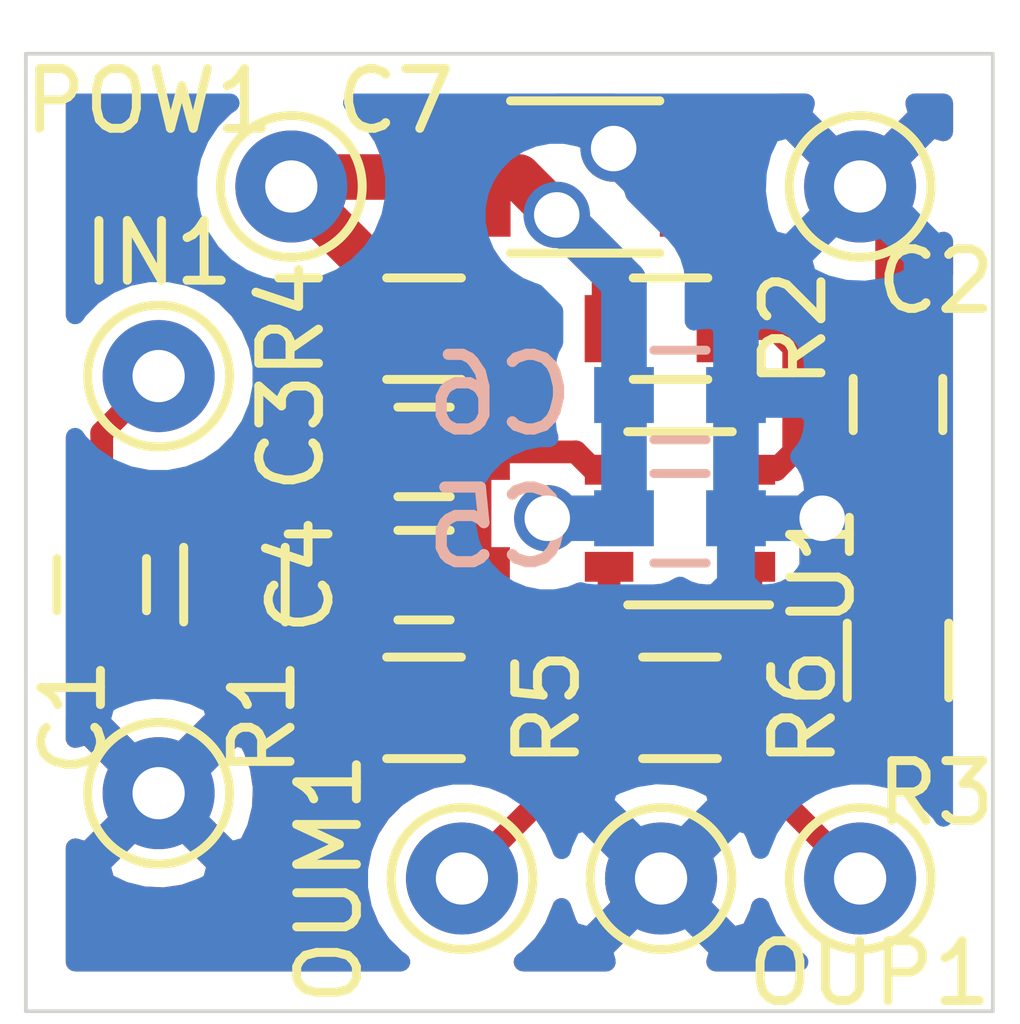
<source format=kicad_pcb>
(kicad_pcb (version 20171130) (host pcbnew "(5.1.12)-1")

  (general
    (thickness 1.6)
    (drawings 4)
    (tracks 77)
    (zones 0)
    (modules 21)
    (nets 9)
  )

  (page A4)
  (layers
    (0 F.Cu signal)
    (31 B.Cu signal)
    (32 B.Adhes user)
    (33 F.Adhes user)
    (34 B.Paste user)
    (35 F.Paste user)
    (36 B.SilkS user)
    (37 F.SilkS user)
    (38 B.Mask user)
    (39 F.Mask user)
    (40 Dwgs.User user)
    (41 Cmts.User user)
    (42 Eco1.User user)
    (43 Eco2.User user)
    (44 Edge.Cuts user)
    (45 Margin user)
    (46 B.CrtYd user)
    (47 F.CrtYd user)
    (48 B.Fab user hide)
    (49 F.Fab user hide)
  )

  (setup
    (last_trace_width 0.3048)
    (user_trace_width 0.2032)
    (user_trace_width 0.254)
    (user_trace_width 0.3048)
    (user_trace_width 0.4064)
    (user_trace_width 0.508)
    (user_trace_width 0.6096)
    (user_trace_width 1.016)
    (user_trace_width 1.524)
    (user_trace_width 2.54)
    (trace_clearance 0.1524)
    (zone_clearance 0.508)
    (zone_45_only no)
    (trace_min 0.2)
    (via_size 0.6096)
    (via_drill 0.4064)
    (via_min_size 0.4)
    (via_min_drill 0.2032)
    (user_via 0.4064 0.2032)
    (user_via 0.6096 0.4064)
    (user_via 0.889 0.6096)
    (user_via 1.143 0.762)
    (uvia_size 0.3)
    (uvia_drill 0.1)
    (uvias_allowed no)
    (uvia_min_size 0.2)
    (uvia_min_drill 0.1)
    (edge_width 0.15)
    (segment_width 0.2)
    (pcb_text_width 0.3)
    (pcb_text_size 1.5 1.5)
    (mod_edge_width 0.15)
    (mod_text_size 1 1)
    (mod_text_width 0.15)
    (pad_size 1.524 1.524)
    (pad_drill 0.762)
    (pad_to_mask_clearance 0)
    (aux_axis_origin 0 0)
    (visible_elements 7EFFFFFF)
    (pcbplotparams
      (layerselection 0x010fc_ffffffff)
      (usegerberextensions false)
      (usegerberattributes true)
      (usegerberadvancedattributes true)
      (creategerberjobfile true)
      (excludeedgelayer true)
      (linewidth 0.100000)
      (plotframeref false)
      (viasonmask false)
      (mode 1)
      (useauxorigin false)
      (hpglpennumber 1)
      (hpglpenspeed 20)
      (hpglpendiameter 15.000000)
      (psnegative false)
      (psa4output false)
      (plotreference true)
      (plotvalue true)
      (plotinvisibletext false)
      (padsonsilk false)
      (subtractmaskfromsilk false)
      (outputformat 1)
      (mirror false)
      (drillshape 1)
      (scaleselection 1)
      (outputdirectory ""))
  )

  (net 0 "")
  (net 1 "Net-(C1-Pad1)")
  (net 2 "Net-(C1-Pad2)")
  (net 3 "Net-(C2-Pad1)")
  (net 4 GND)
  (net 5 "Net-(C3-Pad1)")
  (net 6 VCC)
  (net 7 "Net-(OUM1-Pad1)")
  (net 8 "Net-(OUP1-Pad1)")

  (net_class Default "This is the default net class."
    (clearance 0.1524)
    (trace_width 0.3048)
    (via_dia 0.6096)
    (via_drill 0.4064)
    (uvia_dia 0.3)
    (uvia_drill 0.1)
    (add_net "Net-(C1-Pad1)")
    (add_net "Net-(C1-Pad2)")
    (add_net "Net-(C2-Pad1)")
    (add_net "Net-(C3-Pad1)")
    (add_net "Net-(OUM1-Pad1)")
    (add_net "Net-(OUP1-Pad1)")
  )

  (net_class 24V ""
    (clearance 0.1524)
    (trace_width 1.016)
    (via_dia 0.889)
    (via_drill 0.6096)
    (uvia_dia 0.3)
    (uvia_drill 0.1)
  )

  (net_class motor ""
    (clearance 0.1524)
    (trace_width 2.54)
    (via_dia 1.143)
    (via_drill 0.762)
    (uvia_dia 0.3)
    (uvia_drill 0.1)
  )

  (net_class motorii ""
    (clearance 0.635)
    (trace_width 1.524)
    (via_dia 1.143)
    (via_drill 0.762)
    (uvia_dia 0.3)
    (uvia_drill 0.1)
  )

  (net_class "zasilanie 5v" ""
    (clearance 0.1524)
    (trace_width 0.6096)
    (via_dia 0.889)
    (via_drill 0.6096)
    (uvia_dia 0.3)
    (uvia_drill 0.1)
    (add_net GND)
    (add_net VCC)
  )

  (module Capacitors_SMD:C_0603 (layer F.Cu) (tedit 61823DC2) (tstamp 64B6BB8B)
    (at 1.016 7.112 90)
    (descr "Capacitor SMD 0603, reflow soldering, AVX (see smccp.pdf)")
    (tags "capacitor 0603")
    (path /64B737F6)
    (attr smd)
    (fp_text reference C1 (at -1.778 -0.381 90) (layer F.SilkS)
      (effects (font (size 0.8 0.8) (thickness 0.12)))
    )
    (fp_text value "10n 50V C0G" (at 0 1.5 90) (layer F.Fab)
      (effects (font (size 1 1) (thickness 0.15)))
    )
    (fp_line (start 1.4 0.65) (end -1.4 0.65) (layer F.CrtYd) (width 0.05))
    (fp_line (start 1.4 0.65) (end 1.4 -0.65) (layer F.CrtYd) (width 0.05))
    (fp_line (start -1.4 -0.65) (end -1.4 0.65) (layer F.CrtYd) (width 0.05))
    (fp_line (start -1.4 -0.65) (end 1.4 -0.65) (layer F.CrtYd) (width 0.05))
    (fp_line (start 0.35 0.6) (end -0.35 0.6) (layer F.SilkS) (width 0.12))
    (fp_line (start -0.35 -0.6) (end 0.35 -0.6) (layer F.SilkS) (width 0.12))
    (fp_line (start -0.8 -0.4) (end 0.8 -0.4) (layer F.Fab) (width 0.1))
    (fp_line (start 0.8 -0.4) (end 0.8 0.4) (layer F.Fab) (width 0.1))
    (fp_line (start 0.8 0.4) (end -0.8 0.4) (layer F.Fab) (width 0.1))
    (fp_line (start -0.8 0.4) (end -0.8 -0.4) (layer F.Fab) (width 0.1))
    (fp_text user %R (at 0 0 90) (layer F.Fab)
      (effects (font (size 0.3 0.3) (thickness 0.075)))
    )
    (pad 1 smd rect (at -0.75 0 90) (size 0.8 0.75) (layers F.Cu F.Paste F.Mask)
      (net 1 "Net-(C1-Pad1)"))
    (pad 2 smd rect (at 0.75 0 90) (size 0.8 0.75) (layers F.Cu F.Paste F.Mask)
      (net 2 "Net-(C1-Pad2)"))
    (model Capacitors_SMD.3dshapes/C_0603.wrl
      (at (xyz 0 0 0))
      (scale (xyz 1 1 1))
      (rotate (xyz 0 0 0))
    )
    (model ${KISYS3DMOD}/Capacitor_SMD.3dshapes/C_0603_1608Metric.wrl
      (at (xyz 0 0 0))
      (scale (xyz 1 1 1))
      (rotate (xyz 0 0 0))
    )
    (model ${KISYS3DMOD}/Capacitor_SMD.3dshapes/C_0603_1608Metric.step
      (at (xyz 0 0 0))
      (scale (xyz 1 1 1))
      (rotate (xyz 0 0 0))
    )
  )

  (module Capacitors_SMD:C_0603 (layer F.Cu) (tedit 61823DC2) (tstamp 64B6BB9C)
    (at 11.684 4.699 90)
    (descr "Capacitor SMD 0603, reflow soldering, AVX (see smccp.pdf)")
    (tags "capacitor 0603")
    (path /64B7221F)
    (attr smd)
    (fp_text reference C2 (at 1.651 0.508 180) (layer F.SilkS)
      (effects (font (size 0.8 0.8) (thickness 0.12)))
    )
    (fp_text value "10n 50V C0G" (at 0 1.5 90) (layer F.Fab)
      (effects (font (size 1 1) (thickness 0.15)))
    )
    (fp_line (start 1.4 0.65) (end -1.4 0.65) (layer F.CrtYd) (width 0.05))
    (fp_line (start 1.4 0.65) (end 1.4 -0.65) (layer F.CrtYd) (width 0.05))
    (fp_line (start -1.4 -0.65) (end -1.4 0.65) (layer F.CrtYd) (width 0.05))
    (fp_line (start -1.4 -0.65) (end 1.4 -0.65) (layer F.CrtYd) (width 0.05))
    (fp_line (start 0.35 0.6) (end -0.35 0.6) (layer F.SilkS) (width 0.12))
    (fp_line (start -0.35 -0.6) (end 0.35 -0.6) (layer F.SilkS) (width 0.12))
    (fp_line (start -0.8 -0.4) (end 0.8 -0.4) (layer F.Fab) (width 0.1))
    (fp_line (start 0.8 -0.4) (end 0.8 0.4) (layer F.Fab) (width 0.1))
    (fp_line (start 0.8 0.4) (end -0.8 0.4) (layer F.Fab) (width 0.1))
    (fp_line (start -0.8 0.4) (end -0.8 -0.4) (layer F.Fab) (width 0.1))
    (fp_text user %R (at 0 0 90) (layer F.Fab)
      (effects (font (size 0.3 0.3) (thickness 0.075)))
    )
    (pad 1 smd rect (at -0.75 0 90) (size 0.8 0.75) (layers F.Cu F.Paste F.Mask)
      (net 3 "Net-(C2-Pad1)"))
    (pad 2 smd rect (at 0.75 0 90) (size 0.8 0.75) (layers F.Cu F.Paste F.Mask)
      (net 4 GND))
    (model Capacitors_SMD.3dshapes/C_0603.wrl
      (at (xyz 0 0 0))
      (scale (xyz 1 1 1))
      (rotate (xyz 0 0 0))
    )
    (model ${KISYS3DMOD}/Capacitor_SMD.3dshapes/C_0603_1608Metric.wrl
      (at (xyz 0 0 0))
      (scale (xyz 1 1 1))
      (rotate (xyz 0 0 0))
    )
    (model ${KISYS3DMOD}/Capacitor_SMD.3dshapes/C_0603_1608Metric.step
      (at (xyz 0 0 0))
      (scale (xyz 1 1 1))
      (rotate (xyz 0 0 0))
    )
  )

  (module Capacitors_SMD:C_0603 (layer F.Cu) (tedit 61823DC2) (tstamp 64B6BBAD)
    (at 5.334 5.334 180)
    (descr "Capacitor SMD 0603, reflow soldering, AVX (see smccp.pdf)")
    (tags "capacitor 0603")
    (path /64B7300C)
    (attr smd)
    (fp_text reference C3 (at 1.778 0.254 90) (layer F.SilkS)
      (effects (font (size 0.8 0.8) (thickness 0.12)))
    )
    (fp_text value "10n 50V C0G" (at 0 1.5) (layer F.Fab)
      (effects (font (size 1 1) (thickness 0.15)))
    )
    (fp_line (start -0.8 0.4) (end -0.8 -0.4) (layer F.Fab) (width 0.1))
    (fp_line (start 0.8 0.4) (end -0.8 0.4) (layer F.Fab) (width 0.1))
    (fp_line (start 0.8 -0.4) (end 0.8 0.4) (layer F.Fab) (width 0.1))
    (fp_line (start -0.8 -0.4) (end 0.8 -0.4) (layer F.Fab) (width 0.1))
    (fp_line (start -0.35 -0.6) (end 0.35 -0.6) (layer F.SilkS) (width 0.12))
    (fp_line (start 0.35 0.6) (end -0.35 0.6) (layer F.SilkS) (width 0.12))
    (fp_line (start -1.4 -0.65) (end 1.4 -0.65) (layer F.CrtYd) (width 0.05))
    (fp_line (start -1.4 -0.65) (end -1.4 0.65) (layer F.CrtYd) (width 0.05))
    (fp_line (start 1.4 0.65) (end 1.4 -0.65) (layer F.CrtYd) (width 0.05))
    (fp_line (start 1.4 0.65) (end -1.4 0.65) (layer F.CrtYd) (width 0.05))
    (fp_text user %R (at 0 0) (layer F.Fab)
      (effects (font (size 0.3 0.3) (thickness 0.075)))
    )
    (pad 2 smd rect (at 0.75 0 180) (size 0.8 0.75) (layers F.Cu F.Paste F.Mask)
      (net 1 "Net-(C1-Pad1)"))
    (pad 1 smd rect (at -0.75 0 180) (size 0.8 0.75) (layers F.Cu F.Paste F.Mask)
      (net 5 "Net-(C3-Pad1)"))
    (model Capacitors_SMD.3dshapes/C_0603.wrl
      (at (xyz 0 0 0))
      (scale (xyz 1 1 1))
      (rotate (xyz 0 0 0))
    )
    (model ${KISYS3DMOD}/Capacitor_SMD.3dshapes/C_0603_1608Metric.wrl
      (at (xyz 0 0 0))
      (scale (xyz 1 1 1))
      (rotate (xyz 0 0 0))
    )
    (model ${KISYS3DMOD}/Capacitor_SMD.3dshapes/C_0603_1608Metric.step
      (at (xyz 0 0 0))
      (scale (xyz 1 1 1))
      (rotate (xyz 0 0 0))
    )
  )

  (module Capacitors_SMD:C_0603 (layer F.Cu) (tedit 61823DC2) (tstamp 64B6BBBE)
    (at 5.334 6.985 180)
    (descr "Capacitor SMD 0603, reflow soldering, AVX (see smccp.pdf)")
    (tags "capacitor 0603")
    (path /64B6A88F)
    (attr smd)
    (fp_text reference C4 (at 1.651 0 90) (layer F.SilkS)
      (effects (font (size 0.8 0.8) (thickness 0.12)))
    )
    (fp_text value "100p 50V C0G" (at 0 1.5) (layer F.Fab)
      (effects (font (size 1 1) (thickness 0.15)))
    )
    (fp_line (start -0.8 0.4) (end -0.8 -0.4) (layer F.Fab) (width 0.1))
    (fp_line (start 0.8 0.4) (end -0.8 0.4) (layer F.Fab) (width 0.1))
    (fp_line (start 0.8 -0.4) (end 0.8 0.4) (layer F.Fab) (width 0.1))
    (fp_line (start -0.8 -0.4) (end 0.8 -0.4) (layer F.Fab) (width 0.1))
    (fp_line (start -0.35 -0.6) (end 0.35 -0.6) (layer F.SilkS) (width 0.12))
    (fp_line (start 0.35 0.6) (end -0.35 0.6) (layer F.SilkS) (width 0.12))
    (fp_line (start -1.4 -0.65) (end 1.4 -0.65) (layer F.CrtYd) (width 0.05))
    (fp_line (start -1.4 -0.65) (end -1.4 0.65) (layer F.CrtYd) (width 0.05))
    (fp_line (start 1.4 0.65) (end 1.4 -0.65) (layer F.CrtYd) (width 0.05))
    (fp_line (start 1.4 0.65) (end -1.4 0.65) (layer F.CrtYd) (width 0.05))
    (fp_text user %R (at 0 0) (layer F.Fab)
      (effects (font (size 0.3 0.3) (thickness 0.075)))
    )
    (pad 2 smd rect (at 0.75 0 180) (size 0.8 0.75) (layers F.Cu F.Paste F.Mask)
      (net 4 GND))
    (pad 1 smd rect (at -0.75 0 180) (size 0.8 0.75) (layers F.Cu F.Paste F.Mask)
      (net 5 "Net-(C3-Pad1)"))
    (model Capacitors_SMD.3dshapes/C_0603.wrl
      (at (xyz 0 0 0))
      (scale (xyz 1 1 1))
      (rotate (xyz 0 0 0))
    )
    (model ${KISYS3DMOD}/Capacitor_SMD.3dshapes/C_0603_1608Metric.wrl
      (at (xyz 0 0 0))
      (scale (xyz 1 1 1))
      (rotate (xyz 0 0 0))
    )
    (model ${KISYS3DMOD}/Capacitor_SMD.3dshapes/C_0603_1608Metric.step
      (at (xyz 0 0 0))
      (scale (xyz 1 1 1))
      (rotate (xyz 0 0 0))
    )
  )

  (module Capacitors_SMD:C_0603 (layer B.Cu) (tedit 61823DC2) (tstamp 64B6BBCF)
    (at 8.763 6.223)
    (descr "Capacitor SMD 0603, reflow soldering, AVX (see smccp.pdf)")
    (tags "capacitor 0603")
    (path /64B7C772)
    (attr smd)
    (fp_text reference C5 (at -2.413 0.127) (layer B.SilkS)
      (effects (font (size 1 1) (thickness 0.15)) (justify mirror))
    )
    (fp_text value "100p 50V C0G" (at 0 -1.5) (layer B.Fab)
      (effects (font (size 1 1) (thickness 0.15)) (justify mirror))
    )
    (fp_line (start 1.4 -0.65) (end -1.4 -0.65) (layer B.CrtYd) (width 0.05))
    (fp_line (start 1.4 -0.65) (end 1.4 0.65) (layer B.CrtYd) (width 0.05))
    (fp_line (start -1.4 0.65) (end -1.4 -0.65) (layer B.CrtYd) (width 0.05))
    (fp_line (start -1.4 0.65) (end 1.4 0.65) (layer B.CrtYd) (width 0.05))
    (fp_line (start 0.35 -0.6) (end -0.35 -0.6) (layer B.SilkS) (width 0.12))
    (fp_line (start -0.35 0.6) (end 0.35 0.6) (layer B.SilkS) (width 0.12))
    (fp_line (start -0.8 0.4) (end 0.8 0.4) (layer B.Fab) (width 0.1))
    (fp_line (start 0.8 0.4) (end 0.8 -0.4) (layer B.Fab) (width 0.1))
    (fp_line (start 0.8 -0.4) (end -0.8 -0.4) (layer B.Fab) (width 0.1))
    (fp_line (start -0.8 -0.4) (end -0.8 0.4) (layer B.Fab) (width 0.1))
    (fp_text user %R (at 0 0) (layer B.Fab)
      (effects (font (size 0.3 0.3) (thickness 0.075)) (justify mirror))
    )
    (pad 1 smd rect (at -0.75 0) (size 0.8 0.75) (layers B.Cu B.Paste B.Mask)
      (net 6 VCC))
    (pad 2 smd rect (at 0.75 0) (size 0.8 0.75) (layers B.Cu B.Paste B.Mask)
      (net 4 GND))
    (model Capacitors_SMD.3dshapes/C_0603.wrl
      (at (xyz 0 0 0))
      (scale (xyz 1 1 1))
      (rotate (xyz 0 0 0))
    )
    (model ${KISYS3DMOD}/Capacitor_SMD.3dshapes/C_0603_1608Metric.wrl
      (at (xyz 0 0 0))
      (scale (xyz 1 1 1))
      (rotate (xyz 0 0 0))
    )
    (model ${KISYS3DMOD}/Capacitor_SMD.3dshapes/C_0603_1608Metric.step
      (at (xyz 0 0 0))
      (scale (xyz 1 1 1))
      (rotate (xyz 0 0 0))
    )
  )

  (module Capacitors_SMD:C_0603 (layer B.Cu) (tedit 61823DC2) (tstamp 64B783E8)
    (at 8.763 4.572)
    (descr "Capacitor SMD 0603, reflow soldering, AVX (see smccp.pdf)")
    (tags "capacitor 0603")
    (path /64B7B1D1)
    (attr smd)
    (fp_text reference C6 (at -2.413 0) (layer B.SilkS)
      (effects (font (size 1 1) (thickness 0.15)) (justify mirror))
    )
    (fp_text value "100n 50V X7R" (at 0 -1.5) (layer B.Fab)
      (effects (font (size 1 1) (thickness 0.15)) (justify mirror))
    )
    (fp_line (start -0.8 -0.4) (end -0.8 0.4) (layer B.Fab) (width 0.1))
    (fp_line (start 0.8 -0.4) (end -0.8 -0.4) (layer B.Fab) (width 0.1))
    (fp_line (start 0.8 0.4) (end 0.8 -0.4) (layer B.Fab) (width 0.1))
    (fp_line (start -0.8 0.4) (end 0.8 0.4) (layer B.Fab) (width 0.1))
    (fp_line (start -0.35 0.6) (end 0.35 0.6) (layer B.SilkS) (width 0.12))
    (fp_line (start 0.35 -0.6) (end -0.35 -0.6) (layer B.SilkS) (width 0.12))
    (fp_line (start -1.4 0.65) (end 1.4 0.65) (layer B.CrtYd) (width 0.05))
    (fp_line (start -1.4 0.65) (end -1.4 -0.65) (layer B.CrtYd) (width 0.05))
    (fp_line (start 1.4 -0.65) (end 1.4 0.65) (layer B.CrtYd) (width 0.05))
    (fp_line (start 1.4 -0.65) (end -1.4 -0.65) (layer B.CrtYd) (width 0.05))
    (fp_text user %R (at 0 0) (layer B.Fab)
      (effects (font (size 0.3 0.3) (thickness 0.075)) (justify mirror))
    )
    (pad 2 smd rect (at 0.75 0) (size 0.8 0.75) (layers B.Cu B.Paste B.Mask)
      (net 4 GND))
    (pad 1 smd rect (at -0.75 0) (size 0.8 0.75) (layers B.Cu B.Paste B.Mask)
      (net 6 VCC))
    (model Capacitors_SMD.3dshapes/C_0603.wrl
      (at (xyz 0 0 0))
      (scale (xyz 1 1 1))
      (rotate (xyz 0 0 0))
    )
    (model ${KISYS3DMOD}/Capacitor_SMD.3dshapes/C_0603_1608Metric.wrl
      (at (xyz 0 0 0))
      (scale (xyz 1 1 1))
      (rotate (xyz 0 0 0))
    )
    (model ${KISYS3DMOD}/Capacitor_SMD.3dshapes/C_0603_1608Metric.step
      (at (xyz 0 0 0))
      (scale (xyz 1 1 1))
      (rotate (xyz 0 0 0))
    )
  )

  (module Capacitors_SMD:C_1206 (layer F.Cu) (tedit 61B30F78) (tstamp 64B6BBF1)
    (at 7.493 1.651)
    (descr "Capacitor SMD 1206, reflow soldering, AVX (see smccp.pdf)")
    (tags "capacitor 1206")
    (path /64B8649A)
    (attr smd)
    (fp_text reference C7 (at -2.54 -1.016) (layer F.SilkS)
      (effects (font (size 0.8 0.8) (thickness 0.12)))
    )
    (fp_text value "10u 50V X7R" (at 0 2) (layer F.Fab)
      (effects (font (size 1 1) (thickness 0.15)))
    )
    (fp_line (start -1.6 0.8) (end -1.6 -0.8) (layer F.Fab) (width 0.1))
    (fp_line (start 1.6 0.8) (end -1.6 0.8) (layer F.Fab) (width 0.1))
    (fp_line (start 1.6 -0.8) (end 1.6 0.8) (layer F.Fab) (width 0.1))
    (fp_line (start -1.6 -0.8) (end 1.6 -0.8) (layer F.Fab) (width 0.1))
    (fp_line (start 1 -1.02) (end -1 -1.02) (layer F.SilkS) (width 0.12))
    (fp_line (start -1 1.02) (end 1 1.02) (layer F.SilkS) (width 0.12))
    (fp_line (start -2.25 -1.05) (end 2.25 -1.05) (layer F.CrtYd) (width 0.05))
    (fp_line (start -2.25 -1.05) (end -2.25 1.05) (layer F.CrtYd) (width 0.05))
    (fp_line (start 2.25 1.05) (end 2.25 -1.05) (layer F.CrtYd) (width 0.05))
    (fp_line (start 2.25 1.05) (end -2.25 1.05) (layer F.CrtYd) (width 0.05))
    (fp_text user %R (at 0 0.0254) (layer F.Fab)
      (effects (font (size 0.6 0.6) (thickness 0.09)))
    )
    (pad 1 smd rect (at -1.5 0) (size 1 1.6) (layers F.Cu F.Paste F.Mask)
      (net 6 VCC))
    (pad 2 smd rect (at 1.5 0) (size 1 1.6) (layers F.Cu F.Paste F.Mask)
      (net 4 GND))
    (model Capacitors_SMD.3dshapes/C_1206.wrl
      (at (xyz 0 0 0))
      (scale (xyz 1 1 1))
      (rotate (xyz 0 0 0))
    )
    (model ${KISYS3DMOD}/Capacitor_SMD.3dshapes/C_1206_3216Metric.step
      (at (xyz 0 0 0))
      (scale (xyz 1 1 1))
      (rotate (xyz 0 0 0))
    )
    (model ${KISYS3DMOD}/Capacitor_SMD.3dshapes/C_1206_3216Metric.step
      (at (xyz 0 0 0))
      (scale (xyz 1 1 1))
      (rotate (xyz 0 0 0))
    )
  )

  (module Connectors_TestPoints:Test_Point_THTPad_d1.5mm_Drill0.7mm (layer F.Cu) (tedit 624154A6) (tstamp 64B6BBF9)
    (at 11.176 1.778)
    (descr "THT pad as test Point, diameter 1.5mm, hole diameter 0.7mm")
    (tags "test point THT pad")
    (path /64B8CAAB)
    (attr virtual)
    (fp_text reference GND1 (at 0 -1.143) (layer F.SilkS) hide
      (effects (font (size 0.8 0.8) (thickness 0.12)))
    )
    (fp_text value TestPoint (at 0 1.75) (layer F.Fab)
      (effects (font (size 1 1) (thickness 0.15)))
    )
    (fp_circle (center 0 0) (end 0 0.95) (layer F.SilkS) (width 0.12))
    (fp_circle (center 0 0) (end 1.25 0) (layer F.CrtYd) (width 0.05))
    (fp_text user %R (at 0 -1.65) (layer F.Fab)
      (effects (font (size 1 1) (thickness 0.15)))
    )
    (pad 1 thru_hole circle (at 0 0) (size 1.5 1.5) (drill 0.7) (layers *.Cu *.Mask)
      (net 4 GND))
  )

  (module Connectors_TestPoints:Test_Point_THTPad_d1.5mm_Drill0.7mm (layer F.Cu) (tedit 624154A6) (tstamp 64B6BC01)
    (at 1.778 4.318)
    (descr "THT pad as test Point, diameter 1.5mm, hole diameter 0.7mm")
    (tags "test point THT pad")
    (path /64B7D014)
    (attr virtual)
    (fp_text reference IN1 (at 0 -1.648) (layer F.SilkS)
      (effects (font (size 0.8 0.8) (thickness 0.12)))
    )
    (fp_text value TestPoint (at 0 1.75) (layer F.Fab)
      (effects (font (size 1 1) (thickness 0.15)))
    )
    (fp_circle (center 0 0) (end 0 0.95) (layer F.SilkS) (width 0.12))
    (fp_circle (center 0 0) (end 1.25 0) (layer F.CrtYd) (width 0.05))
    (fp_text user %R (at 0 -1.65) (layer F.Fab)
      (effects (font (size 1 1) (thickness 0.15)))
    )
    (pad 1 thru_hole circle (at 0 0) (size 1.5 1.5) (drill 0.7) (layers *.Cu *.Mask)
      (net 2 "Net-(C1-Pad2)"))
  )

  (module Connectors_TestPoints:Test_Point_THTPad_d1.5mm_Drill0.7mm (layer F.Cu) (tedit 624154A6) (tstamp 64B6BC09)
    (at 5.842 11.049)
    (descr "THT pad as test Point, diameter 1.5mm, hole diameter 0.7mm")
    (tags "test point THT pad")
    (path /64B7E24B)
    (attr virtual)
    (fp_text reference OUM1 (at -1.778 0 90) (layer F.SilkS)
      (effects (font (size 0.8 0.8) (thickness 0.12)))
    )
    (fp_text value TestPoint (at 0 1.75) (layer F.Fab)
      (effects (font (size 1 1) (thickness 0.15)))
    )
    (fp_circle (center 0 0) (end 0 0.95) (layer F.SilkS) (width 0.12))
    (fp_circle (center 0 0) (end 1.25 0) (layer F.CrtYd) (width 0.05))
    (fp_text user %R (at 0 -1.65) (layer F.Fab)
      (effects (font (size 1 1) (thickness 0.15)))
    )
    (pad 1 thru_hole circle (at 0 0) (size 1.5 1.5) (drill 0.7) (layers *.Cu *.Mask)
      (net 7 "Net-(OUM1-Pad1)"))
  )

  (module Connectors_TestPoints:Test_Point_THTPad_d1.5mm_Drill0.7mm (layer F.Cu) (tedit 624154A6) (tstamp 64B6BC11)
    (at 11.176 11.049)
    (descr "THT pad as test Point, diameter 1.5mm, hole diameter 0.7mm")
    (tags "test point THT pad")
    (path /64B7DAAD)
    (attr virtual)
    (fp_text reference OUP1 (at 0.127 1.27) (layer F.SilkS)
      (effects (font (size 0.8 0.8) (thickness 0.12)))
    )
    (fp_text value TestPoint (at 0 1.75) (layer F.Fab)
      (effects (font (size 1 1) (thickness 0.15)))
    )
    (fp_circle (center 0 0) (end 1.25 0) (layer F.CrtYd) (width 0.05))
    (fp_circle (center 0 0) (end 0 0.95) (layer F.SilkS) (width 0.12))
    (fp_text user %R (at 0 -1.65) (layer F.Fab)
      (effects (font (size 1 1) (thickness 0.15)))
    )
    (pad 1 thru_hole circle (at 0 0) (size 1.5 1.5) (drill 0.7) (layers *.Cu *.Mask)
      (net 8 "Net-(OUP1-Pad1)"))
  )

  (module Connectors_TestPoints:Test_Point_THTPad_d1.5mm_Drill0.7mm (layer F.Cu) (tedit 624154A6) (tstamp 64B6BC19)
    (at 3.556 1.778)
    (descr "THT pad as test Point, diameter 1.5mm, hole diameter 0.7mm")
    (tags "test point THT pad")
    (path /64B8846A)
    (attr virtual)
    (fp_text reference POW1 (at -1.905 -1.143) (layer F.SilkS)
      (effects (font (size 0.8 0.8) (thickness 0.12)))
    )
    (fp_text value TestPoint (at 0 1.75) (layer F.Fab)
      (effects (font (size 1 1) (thickness 0.15)))
    )
    (fp_circle (center 0 0) (end 1.25 0) (layer F.CrtYd) (width 0.05))
    (fp_circle (center 0 0) (end 0 0.95) (layer F.SilkS) (width 0.12))
    (fp_text user %R (at 0 -1.65) (layer F.Fab)
      (effects (font (size 1 1) (thickness 0.15)))
    )
    (pad 1 thru_hole circle (at 0 0) (size 1.5 1.5) (drill 0.7) (layers *.Cu *.Mask)
      (net 6 VCC))
  )

  (module ff_lib:R_0603_ff (layer F.Cu) (tedit 62A08C37) (tstamp 64B6BC2A)
    (at 2.794 7.112 270)
    (descr "Resistor SMD 0603, reflow soldering, Vishay (see dcrcw.pdf)")
    (tags "resistor 0603")
    (path /64B7651F)
    (attr smd)
    (fp_text reference R1 (at 1.778 -0.381 90) (layer F.SilkS)
      (effects (font (size 0.8 0.8) (thickness 0.12)))
    )
    (fp_text value "49R9 1%" (at 0 1.5 90) (layer F.Fab)
      (effects (font (size 1 1) (thickness 0.15)))
    )
    (fp_line (start -0.8 0.4) (end -0.8 -0.4) (layer F.Fab) (width 0.1))
    (fp_line (start 0.8 0.4) (end -0.8 0.4) (layer F.Fab) (width 0.1))
    (fp_line (start 0.8 -0.4) (end 0.8 0.4) (layer F.Fab) (width 0.1))
    (fp_line (start -0.8 -0.4) (end 0.8 -0.4) (layer F.Fab) (width 0.1))
    (fp_line (start 0.5 0.68) (end -0.5 0.68) (layer F.SilkS) (width 0.12))
    (fp_line (start -0.5 -0.68) (end 0.5 -0.68) (layer F.SilkS) (width 0.12))
    (fp_line (start -1.25 -0.7) (end 1.25 -0.7) (layer F.CrtYd) (width 0.05))
    (fp_line (start -1.25 -0.7) (end -1.25 0.7) (layer F.CrtYd) (width 0.05))
    (fp_line (start 1.25 0.7) (end 1.25 -0.7) (layer F.CrtYd) (width 0.05))
    (fp_line (start 1.25 0.7) (end -1.25 0.7) (layer F.CrtYd) (width 0.05))
    (fp_text user %R (at 0 0 90) (layer F.Fab)
      (effects (font (size 0.4 0.4) (thickness 0.075)))
    )
    (pad 1 smd rect (at -0.75 0 270) (size 0.8 0.9) (layers F.Cu F.Paste F.Mask)
      (net 1 "Net-(C1-Pad1)"))
    (pad 2 smd rect (at 0.75 0 270) (size 0.8 0.9) (layers F.Cu F.Paste F.Mask)
      (net 4 GND))
    (model ${KISYS3DMOD}/Resistors_SMD.3dshapes/R_0603.wrl
      (at (xyz 0 0 0))
      (scale (xyz 1 1 1))
      (rotate (xyz 0 0 0))
    )
    (model ${KISYS3DMOD}/Resistor_SMD.3dshapes/R_0603_1608Metric.wrl
      (at (xyz 0 0 0))
      (scale (xyz 1 1 1))
      (rotate (xyz 0 0 0))
    )
    (model ${KISYS3DMOD}/Resistor_SMD.3dshapes/R_0603_1608Metric.step
      (at (xyz 0 0 0))
      (scale (xyz 1 1 1))
      (rotate (xyz 0 0 0))
    )
  )

  (module ff_lib:R_0603_ff (layer F.Cu) (tedit 62A08C37) (tstamp 64B6BC3B)
    (at 8.636 3.683)
    (descr "Resistor SMD 0603, reflow soldering, Vishay (see dcrcw.pdf)")
    (tags "resistor 0603")
    (path /64B72213)
    (attr smd)
    (fp_text reference R2 (at 1.651 0 90) (layer F.SilkS)
      (effects (font (size 0.8 0.8) (thickness 0.12)))
    )
    (fp_text value "10k 1%" (at 0 1.5) (layer F.Fab)
      (effects (font (size 1 1) (thickness 0.15)))
    )
    (fp_line (start -0.8 0.4) (end -0.8 -0.4) (layer F.Fab) (width 0.1))
    (fp_line (start 0.8 0.4) (end -0.8 0.4) (layer F.Fab) (width 0.1))
    (fp_line (start 0.8 -0.4) (end 0.8 0.4) (layer F.Fab) (width 0.1))
    (fp_line (start -0.8 -0.4) (end 0.8 -0.4) (layer F.Fab) (width 0.1))
    (fp_line (start 0.5 0.68) (end -0.5 0.68) (layer F.SilkS) (width 0.12))
    (fp_line (start -0.5 -0.68) (end 0.5 -0.68) (layer F.SilkS) (width 0.12))
    (fp_line (start -1.25 -0.7) (end 1.25 -0.7) (layer F.CrtYd) (width 0.05))
    (fp_line (start -1.25 -0.7) (end -1.25 0.7) (layer F.CrtYd) (width 0.05))
    (fp_line (start 1.25 0.7) (end 1.25 -0.7) (layer F.CrtYd) (width 0.05))
    (fp_line (start 1.25 0.7) (end -1.25 0.7) (layer F.CrtYd) (width 0.05))
    (fp_text user %R (at 0 0) (layer F.Fab)
      (effects (font (size 0.4 0.4) (thickness 0.075)))
    )
    (pad 1 smd rect (at -0.75 0) (size 0.8 0.9) (layers F.Cu F.Paste F.Mask)
      (net 6 VCC))
    (pad 2 smd rect (at 0.75 0) (size 0.8 0.9) (layers F.Cu F.Paste F.Mask)
      (net 3 "Net-(C2-Pad1)"))
    (model ${KISYS3DMOD}/Resistors_SMD.3dshapes/R_0603.wrl
      (at (xyz 0 0 0))
      (scale (xyz 1 1 1))
      (rotate (xyz 0 0 0))
    )
    (model ${KISYS3DMOD}/Resistor_SMD.3dshapes/R_0603_1608Metric.wrl
      (at (xyz 0 0 0))
      (scale (xyz 1 1 1))
      (rotate (xyz 0 0 0))
    )
    (model ${KISYS3DMOD}/Resistor_SMD.3dshapes/R_0603_1608Metric.step
      (at (xyz 0 0 0))
      (scale (xyz 1 1 1))
      (rotate (xyz 0 0 0))
    )
  )

  (module ff_lib:R_0603_ff (layer F.Cu) (tedit 62A08C37) (tstamp 64B6BC4C)
    (at 11.684 8.128 270)
    (descr "Resistor SMD 0603, reflow soldering, Vishay (see dcrcw.pdf)")
    (tags "resistor 0603")
    (path /64B72219)
    (attr smd)
    (fp_text reference R3 (at 1.778 -0.508 180) (layer F.SilkS)
      (effects (font (size 0.8 0.8) (thickness 0.12)))
    )
    (fp_text value "27k 1%" (at 0 1.5 90) (layer F.Fab)
      (effects (font (size 1 1) (thickness 0.15)))
    )
    (fp_line (start 1.25 0.7) (end -1.25 0.7) (layer F.CrtYd) (width 0.05))
    (fp_line (start 1.25 0.7) (end 1.25 -0.7) (layer F.CrtYd) (width 0.05))
    (fp_line (start -1.25 -0.7) (end -1.25 0.7) (layer F.CrtYd) (width 0.05))
    (fp_line (start -1.25 -0.7) (end 1.25 -0.7) (layer F.CrtYd) (width 0.05))
    (fp_line (start -0.5 -0.68) (end 0.5 -0.68) (layer F.SilkS) (width 0.12))
    (fp_line (start 0.5 0.68) (end -0.5 0.68) (layer F.SilkS) (width 0.12))
    (fp_line (start -0.8 -0.4) (end 0.8 -0.4) (layer F.Fab) (width 0.1))
    (fp_line (start 0.8 -0.4) (end 0.8 0.4) (layer F.Fab) (width 0.1))
    (fp_line (start 0.8 0.4) (end -0.8 0.4) (layer F.Fab) (width 0.1))
    (fp_line (start -0.8 0.4) (end -0.8 -0.4) (layer F.Fab) (width 0.1))
    (fp_text user %R (at 0 0 90) (layer F.Fab)
      (effects (font (size 0.4 0.4) (thickness 0.075)))
    )
    (pad 2 smd rect (at 0.75 0 270) (size 0.8 0.9) (layers F.Cu F.Paste F.Mask)
      (net 4 GND))
    (pad 1 smd rect (at -0.75 0 270) (size 0.8 0.9) (layers F.Cu F.Paste F.Mask)
      (net 3 "Net-(C2-Pad1)"))
    (model ${KISYS3DMOD}/Resistors_SMD.3dshapes/R_0603.wrl
      (at (xyz 0 0 0))
      (scale (xyz 1 1 1))
      (rotate (xyz 0 0 0))
    )
    (model ${KISYS3DMOD}/Resistor_SMD.3dshapes/R_0603_1608Metric.wrl
      (at (xyz 0 0 0))
      (scale (xyz 1 1 1))
      (rotate (xyz 0 0 0))
    )
    (model ${KISYS3DMOD}/Resistor_SMD.3dshapes/R_0603_1608Metric.step
      (at (xyz 0 0 0))
      (scale (xyz 1 1 1))
      (rotate (xyz 0 0 0))
    )
  )

  (module ff_lib:R_0603_ff (layer F.Cu) (tedit 62A08C37) (tstamp 64B6BC5D)
    (at 5.334 3.683)
    (descr "Resistor SMD 0603, reflow soldering, Vishay (see dcrcw.pdf)")
    (tags "resistor 0603")
    (path /64B69966)
    (attr smd)
    (fp_text reference R4 (at -1.778 -0.127 90) (layer F.SilkS)
      (effects (font (size 0.8 0.8) (thickness 0.12)))
    )
    (fp_text value "10k 1%" (at 0 1.5) (layer F.Fab)
      (effects (font (size 1 1) (thickness 0.15)))
    )
    (fp_line (start -0.8 0.4) (end -0.8 -0.4) (layer F.Fab) (width 0.1))
    (fp_line (start 0.8 0.4) (end -0.8 0.4) (layer F.Fab) (width 0.1))
    (fp_line (start 0.8 -0.4) (end 0.8 0.4) (layer F.Fab) (width 0.1))
    (fp_line (start -0.8 -0.4) (end 0.8 -0.4) (layer F.Fab) (width 0.1))
    (fp_line (start 0.5 0.68) (end -0.5 0.68) (layer F.SilkS) (width 0.12))
    (fp_line (start -0.5 -0.68) (end 0.5 -0.68) (layer F.SilkS) (width 0.12))
    (fp_line (start -1.25 -0.7) (end 1.25 -0.7) (layer F.CrtYd) (width 0.05))
    (fp_line (start -1.25 -0.7) (end -1.25 0.7) (layer F.CrtYd) (width 0.05))
    (fp_line (start 1.25 0.7) (end 1.25 -0.7) (layer F.CrtYd) (width 0.05))
    (fp_line (start 1.25 0.7) (end -1.25 0.7) (layer F.CrtYd) (width 0.05))
    (fp_text user %R (at 0 0) (layer F.Fab)
      (effects (font (size 0.4 0.4) (thickness 0.075)))
    )
    (pad 1 smd rect (at -0.75 0) (size 0.8 0.9) (layers F.Cu F.Paste F.Mask)
      (net 6 VCC))
    (pad 2 smd rect (at 0.75 0) (size 0.8 0.9) (layers F.Cu F.Paste F.Mask)
      (net 5 "Net-(C3-Pad1)"))
    (model ${KISYS3DMOD}/Resistors_SMD.3dshapes/R_0603.wrl
      (at (xyz 0 0 0))
      (scale (xyz 1 1 1))
      (rotate (xyz 0 0 0))
    )
    (model ${KISYS3DMOD}/Resistor_SMD.3dshapes/R_0603_1608Metric.wrl
      (at (xyz 0 0 0))
      (scale (xyz 1 1 1))
      (rotate (xyz 0 0 0))
    )
    (model ${KISYS3DMOD}/Resistor_SMD.3dshapes/R_0603_1608Metric.step
      (at (xyz 0 0 0))
      (scale (xyz 1 1 1))
      (rotate (xyz 0 0 0))
    )
  )

  (module ff_lib:R_0603_ff (layer F.Cu) (tedit 62A08C37) (tstamp 64B6BC6E)
    (at 5.334 8.763 180)
    (descr "Resistor SMD 0603, reflow soldering, Vishay (see dcrcw.pdf)")
    (tags "resistor 0603")
    (path /64B6A5C1)
    (attr smd)
    (fp_text reference R5 (at -1.651 0 90) (layer F.SilkS)
      (effects (font (size 0.8 0.8) (thickness 0.12)))
    )
    (fp_text value "27k 1%" (at 0 1.5) (layer F.Fab)
      (effects (font (size 1 1) (thickness 0.15)))
    )
    (fp_line (start 1.25 0.7) (end -1.25 0.7) (layer F.CrtYd) (width 0.05))
    (fp_line (start 1.25 0.7) (end 1.25 -0.7) (layer F.CrtYd) (width 0.05))
    (fp_line (start -1.25 -0.7) (end -1.25 0.7) (layer F.CrtYd) (width 0.05))
    (fp_line (start -1.25 -0.7) (end 1.25 -0.7) (layer F.CrtYd) (width 0.05))
    (fp_line (start -0.5 -0.68) (end 0.5 -0.68) (layer F.SilkS) (width 0.12))
    (fp_line (start 0.5 0.68) (end -0.5 0.68) (layer F.SilkS) (width 0.12))
    (fp_line (start -0.8 -0.4) (end 0.8 -0.4) (layer F.Fab) (width 0.1))
    (fp_line (start 0.8 -0.4) (end 0.8 0.4) (layer F.Fab) (width 0.1))
    (fp_line (start 0.8 0.4) (end -0.8 0.4) (layer F.Fab) (width 0.1))
    (fp_line (start -0.8 0.4) (end -0.8 -0.4) (layer F.Fab) (width 0.1))
    (fp_text user %R (at 0 0) (layer F.Fab)
      (effects (font (size 0.4 0.4) (thickness 0.075)))
    )
    (pad 2 smd rect (at 0.75 0 180) (size 0.8 0.9) (layers F.Cu F.Paste F.Mask)
      (net 4 GND))
    (pad 1 smd rect (at -0.75 0 180) (size 0.8 0.9) (layers F.Cu F.Paste F.Mask)
      (net 5 "Net-(C3-Pad1)"))
    (model ${KISYS3DMOD}/Resistors_SMD.3dshapes/R_0603.wrl
      (at (xyz 0 0 0))
      (scale (xyz 1 1 1))
      (rotate (xyz 0 0 0))
    )
    (model ${KISYS3DMOD}/Resistor_SMD.3dshapes/R_0603_1608Metric.wrl
      (at (xyz 0 0 0))
      (scale (xyz 1 1 1))
      (rotate (xyz 0 0 0))
    )
    (model ${KISYS3DMOD}/Resistor_SMD.3dshapes/R_0603_1608Metric.step
      (at (xyz 0 0 0))
      (scale (xyz 1 1 1))
      (rotate (xyz 0 0 0))
    )
  )

  (module ff_lib:R_0603_ff (layer F.Cu) (tedit 62A08C37) (tstamp 64B6BC7F)
    (at 8.763 8.763 180)
    (descr "Resistor SMD 0603, reflow soldering, Vishay (see dcrcw.pdf)")
    (tags "resistor 0603")
    (path /64B825E7)
    (attr smd)
    (fp_text reference R6 (at -1.651 0 90) (layer F.SilkS)
      (effects (font (size 0.8 0.8) (thickness 0.12)))
    )
    (fp_text value "100R 1%" (at 0 1.5) (layer F.Fab)
      (effects (font (size 1 1) (thickness 0.15)))
    )
    (fp_line (start 1.25 0.7) (end -1.25 0.7) (layer F.CrtYd) (width 0.05))
    (fp_line (start 1.25 0.7) (end 1.25 -0.7) (layer F.CrtYd) (width 0.05))
    (fp_line (start -1.25 -0.7) (end -1.25 0.7) (layer F.CrtYd) (width 0.05))
    (fp_line (start -1.25 -0.7) (end 1.25 -0.7) (layer F.CrtYd) (width 0.05))
    (fp_line (start -0.5 -0.68) (end 0.5 -0.68) (layer F.SilkS) (width 0.12))
    (fp_line (start 0.5 0.68) (end -0.5 0.68) (layer F.SilkS) (width 0.12))
    (fp_line (start -0.8 -0.4) (end 0.8 -0.4) (layer F.Fab) (width 0.1))
    (fp_line (start 0.8 -0.4) (end 0.8 0.4) (layer F.Fab) (width 0.1))
    (fp_line (start 0.8 0.4) (end -0.8 0.4) (layer F.Fab) (width 0.1))
    (fp_line (start -0.8 0.4) (end -0.8 -0.4) (layer F.Fab) (width 0.1))
    (fp_text user %R (at 0 0) (layer F.Fab)
      (effects (font (size 0.4 0.4) (thickness 0.075)))
    )
    (pad 2 smd rect (at 0.75 0 180) (size 0.8 0.9) (layers F.Cu F.Paste F.Mask)
      (net 7 "Net-(OUM1-Pad1)"))
    (pad 1 smd rect (at -0.75 0 180) (size 0.8 0.9) (layers F.Cu F.Paste F.Mask)
      (net 8 "Net-(OUP1-Pad1)"))
    (model ${KISYS3DMOD}/Resistors_SMD.3dshapes/R_0603.wrl
      (at (xyz 0 0 0))
      (scale (xyz 1 1 1))
      (rotate (xyz 0 0 0))
    )
    (model ${KISYS3DMOD}/Resistor_SMD.3dshapes/R_0603_1608Metric.wrl
      (at (xyz 0 0 0))
      (scale (xyz 1 1 1))
      (rotate (xyz 0 0 0))
    )
    (model ${KISYS3DMOD}/Resistor_SMD.3dshapes/R_0603_1608Metric.step
      (at (xyz 0 0 0))
      (scale (xyz 1 1 1))
      (rotate (xyz 0 0 0))
    )
  )

  (module Package_TO_SOT_SMD:SOT-363_SC-70-6 (layer F.Cu) (tedit 5A02FF57) (tstamp 64B6BC95)
    (at 8.763 6.223 180)
    (descr "SOT-363, SC-70-6")
    (tags "SOT-363 SC-70-6")
    (path /64B679D0)
    (attr smd)
    (fp_text reference U1 (at -1.905 -0.635 90) (layer F.SilkS)
      (effects (font (size 0.8 0.8) (thickness 0.12)))
    )
    (fp_text value TLV3604DCKR (at 0 2 180) (layer F.Fab)
      (effects (font (size 1 1) (thickness 0.15)))
    )
    (fp_line (start 0.7 -1.16) (end -1.2 -1.16) (layer F.SilkS) (width 0.12))
    (fp_line (start -0.7 1.16) (end 0.7 1.16) (layer F.SilkS) (width 0.12))
    (fp_line (start 1.6 1.4) (end 1.6 -1.4) (layer F.CrtYd) (width 0.05))
    (fp_line (start -1.6 -1.4) (end -1.6 1.4) (layer F.CrtYd) (width 0.05))
    (fp_line (start -1.6 -1.4) (end 1.6 -1.4) (layer F.CrtYd) (width 0.05))
    (fp_line (start 0.675 -1.1) (end -0.175 -1.1) (layer F.Fab) (width 0.1))
    (fp_line (start -0.675 -0.6) (end -0.675 1.1) (layer F.Fab) (width 0.1))
    (fp_line (start -1.6 1.4) (end 1.6 1.4) (layer F.CrtYd) (width 0.05))
    (fp_line (start 0.675 -1.1) (end 0.675 1.1) (layer F.Fab) (width 0.1))
    (fp_line (start 0.675 1.1) (end -0.675 1.1) (layer F.Fab) (width 0.1))
    (fp_line (start -0.175 -1.1) (end -0.675 -0.6) (layer F.Fab) (width 0.1))
    (fp_text user %R (at 0 0 90) (layer F.Fab)
      (effects (font (size 0.5 0.5) (thickness 0.075)))
    )
    (pad 1 smd rect (at -0.95 -0.65 180) (size 0.65 0.4) (layers F.Cu F.Paste F.Mask)
      (net 8 "Net-(OUP1-Pad1)"))
    (pad 3 smd rect (at -0.95 0.65 180) (size 0.65 0.4) (layers F.Cu F.Paste F.Mask)
      (net 3 "Net-(C2-Pad1)"))
    (pad 5 smd rect (at 0.95 0 180) (size 0.65 0.4) (layers F.Cu F.Paste F.Mask)
      (net 6 VCC))
    (pad 2 smd rect (at -0.95 0 180) (size 0.65 0.4) (layers F.Cu F.Paste F.Mask)
      (net 4 GND))
    (pad 4 smd rect (at 0.95 0.65 180) (size 0.65 0.4) (layers F.Cu F.Paste F.Mask)
      (net 5 "Net-(C3-Pad1)"))
    (pad 6 smd rect (at 0.95 -0.65 180) (size 0.65 0.4) (layers F.Cu F.Paste F.Mask)
      (net 7 "Net-(OUM1-Pad1)"))
    (model ${KISYS3DMOD}/Package_TO_SOT_SMD.3dshapes/SOT-363_SC-70-6.wrl
      (at (xyz 0 0 0))
      (scale (xyz 1 1 1))
      (rotate (xyz 0 0 0))
    )
  )

  (module Connectors_TestPoints:Test_Point_THTPad_d1.5mm_Drill0.7mm (layer F.Cu) (tedit 624154A6) (tstamp 64B78314)
    (at 1.778 9.906)
    (descr "THT pad as test Point, diameter 1.5mm, hole diameter 0.7mm")
    (tags "test point THT pad")
    (path /64B7BAF2)
    (attr virtual)
    (fp_text reference GND2 (at 0 1.778) (layer F.SilkS) hide
      (effects (font (size 0.8 0.8) (thickness 0.12)))
    )
    (fp_text value TestPoint (at 0 1.75) (layer F.Fab)
      (effects (font (size 1 1) (thickness 0.15)))
    )
    (fp_text user %R (at 0 -1.65) (layer F.Fab)
      (effects (font (size 1 1) (thickness 0.15)))
    )
    (fp_circle (center 0 0) (end 0 0.95) (layer F.SilkS) (width 0.12))
    (fp_circle (center 0 0) (end 1.25 0) (layer F.CrtYd) (width 0.05))
    (pad 1 thru_hole circle (at 0 0) (size 1.5 1.5) (drill 0.7) (layers *.Cu *.Mask)
      (net 4 GND))
  )

  (module Connectors_TestPoints:Test_Point_THTPad_d1.5mm_Drill0.7mm (layer F.Cu) (tedit 624154A6) (tstamp 64B7831C)
    (at 8.509 11.049)
    (descr "THT pad as test Point, diameter 1.5mm, hole diameter 0.7mm")
    (tags "test point THT pad")
    (path /64B7D5AD)
    (attr virtual)
    (fp_text reference GND3 (at 0 1.27) (layer F.SilkS) hide
      (effects (font (size 0.8 0.8) (thickness 0.12)))
    )
    (fp_text value TestPoint (at 0 1.75) (layer F.Fab)
      (effects (font (size 1 1) (thickness 0.15)))
    )
    (fp_circle (center 0 0) (end 1.25 0) (layer F.CrtYd) (width 0.05))
    (fp_circle (center 0 0) (end 0 0.95) (layer F.SilkS) (width 0.12))
    (fp_text user %R (at 0 -1.65) (layer F.Fab)
      (effects (font (size 1 1) (thickness 0.15)))
    )
    (pad 1 thru_hole circle (at 0 0) (size 1.5 1.5) (drill 0.7) (layers *.Cu *.Mask)
      (net 4 GND))
  )

  (gr_line (start 12.954 0) (end 0 0) (layer Edge.Cuts) (width 0.05) (tstamp 64B78E17))
  (gr_line (start 12.954 12.827) (end 12.954 0) (layer Edge.Cuts) (width 0.05))
  (gr_line (start 0 12.827) (end 12.954 12.827) (layer Edge.Cuts) (width 0.05))
  (gr_line (start 0 0) (end 0 12.827) (layer Edge.Cuts) (width 0.05))

  (segment (start 4.584 5.334) (end 3.302 5.334) (width 0.3048) (layer F.Cu) (net 1))
  (segment (start 2.794 5.842) (end 2.794 6.362) (width 0.3048) (layer F.Cu) (net 1))
  (segment (start 3.302 5.334) (end 2.794 5.842) (width 0.3048) (layer F.Cu) (net 1))
  (segment (start 2.794 6.362) (end 2.782 6.362) (width 0.3048) (layer F.Cu) (net 1))
  (segment (start 2.794 6.362) (end 2.147 6.362) (width 0.3048) (layer F.Cu) (net 1))
  (segment (start 2.147 6.362) (end 1.905 6.604) (width 0.3048) (layer F.Cu) (net 1))
  (segment (start 1.905 6.604) (end 1.905 7.62) (width 0.3048) (layer F.Cu) (net 1))
  (segment (start 1.663 7.862) (end 1.016 7.862) (width 0.3048) (layer F.Cu) (net 1))
  (segment (start 1.905 7.62) (end 1.663 7.862) (width 0.3048) (layer F.Cu) (net 1))
  (segment (start 1.016 5.08) (end 1.778 4.318) (width 0.3048) (layer F.Cu) (net 2))
  (segment (start 1.016 6.362) (end 1.016 5.08) (width 0.3048) (layer F.Cu) (net 2))
  (segment (start 11.684 7.378) (end 11.684 5.449) (width 0.3048) (layer F.Cu) (net 3))
  (segment (start 9.713 5.573) (end 10.048 5.573) (width 0.3048) (layer F.Cu) (net 3))
  (segment (start 10.048 5.573) (end 10.287 5.334) (width 0.3048) (layer F.Cu) (net 3))
  (segment (start 11.569 5.334) (end 11.684 5.449) (width 0.3048) (layer F.Cu) (net 3))
  (segment (start 10.287 5.334) (end 11.569 5.334) (width 0.3048) (layer F.Cu) (net 3))
  (segment (start 10.287 5.334) (end 10.287 3.937) (width 0.3048) (layer F.Cu) (net 3))
  (segment (start 10.033 3.683) (end 9.386 3.683) (width 0.3048) (layer F.Cu) (net 3))
  (segment (start 10.287 3.937) (end 10.033 3.683) (width 0.3048) (layer F.Cu) (net 3))
  (segment (start 11.684 2.286) (end 11.176 1.778) (width 0.6096) (layer F.Cu) (net 4))
  (segment (start 11.684 3.949) (end 11.684 2.286) (width 0.6096) (layer F.Cu) (net 4))
  (segment (start 9.513 4.572) (end 9.513 6.223) (width 0.6096) (layer B.Cu) (net 4))
  (via (at 10.668 6.223) (size 0.889) (drill 0.6096) (layers F.Cu B.Cu) (net 4))
  (segment (start 9.513 6.223) (end 10.668 6.223) (width 0.6096) (layer B.Cu) (net 4))
  (segment (start 10.668 6.223) (end 9.713 6.223) (width 0.4064) (layer F.Cu) (net 4))
  (segment (start 2.794 8.89) (end 1.778 9.906) (width 0.6096) (layer F.Cu) (net 4))
  (segment (start 2.794 7.862) (end 2.794 8.89) (width 0.6096) (layer F.Cu) (net 4))
  (segment (start 2.921 8.763) (end 2.794 8.89) (width 0.6096) (layer F.Cu) (net 4))
  (segment (start 4.584 8.763) (end 2.921 8.763) (width 0.6096) (layer F.Cu) (net 4))
  (segment (start 4.584 6.985) (end 4.584 8.763) (width 0.6096) (layer F.Cu) (net 4))
  (segment (start 1.778 9.906) (end 2.921 8.763) (width 0.6096) (layer B.Cu) (net 4))
  (segment (start 6.223 8.763) (end 8.509 11.049) (width 0.6096) (layer B.Cu) (net 4))
  (segment (start 2.921 8.763) (end 6.223 8.763) (width 0.6096) (layer B.Cu) (net 4))
  (segment (start 8.509 11.049) (end 10.668 8.89) (width 0.6096) (layer B.Cu) (net 4))
  (segment (start 10.668 8.89) (end 10.668 6.223) (width 0.6096) (layer B.Cu) (net 4))
  (segment (start 10.668 6.223) (end 10.668 8.636) (width 0.6096) (layer F.Cu) (net 4))
  (segment (start 10.91 8.878) (end 11.684 8.878) (width 0.6096) (layer F.Cu) (net 4))
  (segment (start 10.668 8.636) (end 10.91 8.878) (width 0.6096) (layer F.Cu) (net 4))
  (segment (start 9.513 2.909) (end 7.874 1.27) (width 0.6096) (layer B.Cu) (net 4))
  (segment (start 8.255 1.651) (end 7.874 1.27) (width 0.6096) (layer F.Cu) (net 4))
  (segment (start 8.993 1.651) (end 8.255 1.651) (width 0.6096) (layer F.Cu) (net 4))
  (segment (start 9.513 4.572) (end 9.513 2.909) (width 0.6096) (layer B.Cu) (net 4))
  (via (at 7.874 1.27) (size 0.889) (drill 0.6096) (layers F.Cu B.Cu) (net 4))
  (segment (start 12.065 2.667) (end 11.176 1.778) (width 0.6096) (layer B.Cu) (net 4))
  (segment (start 10.668 6.223) (end 12.065 4.826) (width 0.6096) (layer B.Cu) (net 4))
  (segment (start 9.513 4.572) (end 12.065 4.572) (width 0.6096) (layer B.Cu) (net 4))
  (segment (start 12.065 4.572) (end 12.065 2.667) (width 0.6096) (layer B.Cu) (net 4))
  (segment (start 12.065 4.826) (end 12.065 4.572) (width 0.6096) (layer B.Cu) (net 4))
  (segment (start 7.813 5.573) (end 7.605 5.573) (width 0.3048) (layer F.Cu) (net 5))
  (segment (start 7.366 5.334) (end 6.084 5.334) (width 0.3048) (layer F.Cu) (net 5))
  (segment (start 7.605 5.573) (end 7.366 5.334) (width 0.3048) (layer F.Cu) (net 5))
  (segment (start 6.084 3.683) (end 6.084 5.334) (width 0.3048) (layer F.Cu) (net 5))
  (segment (start 6.084 5.334) (end 6.084 6.985) (width 0.3048) (layer F.Cu) (net 5))
  (segment (start 6.084 6.985) (end 6.084 8.763) (width 0.3048) (layer F.Cu) (net 5))
  (segment (start 3.683 1.651) (end 3.556 1.778) (width 0.6096) (layer F.Cu) (net 6))
  (segment (start 5.993 1.651) (end 3.683 1.651) (width 0.6096) (layer F.Cu) (net 6))
  (via (at 6.985 6.223) (size 0.889) (drill 0.6096) (layers F.Cu B.Cu) (net 6))
  (segment (start 7.813 6.223) (end 6.985 6.223) (width 0.4064) (layer F.Cu) (net 6))
  (segment (start 6.985 6.223) (end 8.013 6.223) (width 0.6096) (layer B.Cu) (net 6))
  (segment (start 8.013 6.223) (end 8.013 4.572) (width 0.6096) (layer B.Cu) (net 6))
  (via (at 7.112 2.159) (size 0.889) (drill 0.6096) (layers F.Cu B.Cu) (net 6))
  (segment (start 4.584 2.806) (end 3.556 1.778) (width 0.6096) (layer F.Cu) (net 6))
  (segment (start 4.584 3.683) (end 4.584 2.806) (width 0.6096) (layer F.Cu) (net 6))
  (segment (start 7.886 2.933) (end 7.112 2.159) (width 0.6096) (layer F.Cu) (net 6))
  (segment (start 7.886 3.683) (end 7.886 2.933) (width 0.6096) (layer F.Cu) (net 6))
  (segment (start 6.604 1.651) (end 5.993 1.651) (width 0.6096) (layer F.Cu) (net 6))
  (segment (start 7.112 2.159) (end 6.604 1.651) (width 0.6096) (layer F.Cu) (net 6))
  (segment (start 8.013 3.06) (end 7.112 2.159) (width 0.6096) (layer B.Cu) (net 6))
  (segment (start 8.013 4.572) (end 8.013 3.06) (width 0.6096) (layer B.Cu) (net 6))
  (segment (start 7.813 8.563) (end 8.013 8.763) (width 0.3048) (layer F.Cu) (net 7))
  (segment (start 7.813 6.873) (end 7.813 8.563) (width 0.3048) (layer F.Cu) (net 7))
  (segment (start 8.013 8.878) (end 5.842 11.049) (width 0.3048) (layer F.Cu) (net 7))
  (segment (start 8.013 8.763) (end 8.013 8.878) (width 0.3048) (layer F.Cu) (net 7))
  (segment (start 9.713 8.563) (end 9.513 8.763) (width 0.3048) (layer F.Cu) (net 8))
  (segment (start 9.713 6.873) (end 9.713 8.563) (width 0.3048) (layer F.Cu) (net 8))
  (segment (start 9.513 9.386) (end 11.176 11.049) (width 0.3048) (layer F.Cu) (net 8))
  (segment (start 9.513 8.763) (end 9.513 9.386) (width 0.3048) (layer F.Cu) (net 8))

  (zone (net 4) (net_name GND) (layer F.Cu) (tstamp 0) (hatch edge 0.508)
    (connect_pads (clearance 0.508))
    (min_thickness 0.254)
    (fill yes (arc_segments 32) (thermal_gap 0.508) (thermal_bridge_width 0.508))
    (polygon
      (pts
        (xy 12.954 12.827) (xy 0 12.827) (xy 0 0) (xy 12.954 0)
      )
    )
    (filled_polygon
      (pts
        (xy 4.711 6.858) (xy 4.731 6.858) (xy 4.731 7.112) (xy 4.711 7.112) (xy 4.711 7.83625)
        (xy 4.71125 7.8365) (xy 4.711 7.83675) (xy 4.711 8.636) (xy 4.731 8.636) (xy 4.731 8.89)
        (xy 4.711 8.89) (xy 4.711 9.68925) (xy 4.86975 9.848) (xy 4.984 9.851072) (xy 5.108482 9.838812)
        (xy 5.22818 9.802502) (xy 5.334 9.745939) (xy 5.349145 9.754034) (xy 5.185957 9.821629) (xy 4.959114 9.973201)
        (xy 4.766201 10.166114) (xy 4.614629 10.392957) (xy 4.510225 10.645011) (xy 4.457 10.912589) (xy 4.457 11.185411)
        (xy 4.510225 11.452989) (xy 4.614629 11.705043) (xy 4.766201 11.931886) (xy 4.959114 12.124799) (xy 5.022272 12.167)
        (xy 0.66 12.167) (xy 0.66 10.862993) (xy 1.000612 10.862993) (xy 1.066137 11.10186) (xy 1.313116 11.21776)
        (xy 1.57796 11.28325) (xy 1.850492 11.295812) (xy 2.120238 11.254965) (xy 2.376832 11.162277) (xy 2.489863 11.10186)
        (xy 2.555388 10.862993) (xy 1.778 10.085605) (xy 1.000612 10.862993) (xy 0.66 10.862993) (xy 0.66 10.639221)
        (xy 0.821007 10.683388) (xy 1.598395 9.906) (xy 1.957605 9.906) (xy 2.734993 10.683388) (xy 2.97386 10.617863)
        (xy 3.08976 10.370884) (xy 3.15525 10.10604) (xy 3.167812 9.833508) (xy 3.126965 9.563762) (xy 3.034277 9.307168)
        (xy 2.97386 9.194137) (xy 2.734993 9.128612) (xy 1.957605 9.906) (xy 1.598395 9.906) (xy 0.821007 9.128612)
        (xy 0.66 9.172779) (xy 0.66 8.900072) (xy 1.014036 8.900072) (xy 1.000612 8.949007) (xy 1.778 9.726395)
        (xy 2.555388 8.949007) (xy 2.534046 8.871204) (xy 2.667 8.73825) (xy 2.667 7.989) (xy 2.647 7.989)
        (xy 2.647 7.886461) (xy 2.681006 7.774357) (xy 2.686852 7.715) (xy 2.921 7.715) (xy 2.921 7.735)
        (xy 2.941 7.735) (xy 2.941 7.989) (xy 2.921 7.989) (xy 2.921 8.73825) (xy 3.07975 8.897)
        (xy 3.244 8.900072) (xy 3.368482 8.887812) (xy 3.48818 8.851502) (xy 3.549 8.818993) (xy 3.549 8.890002)
        (xy 3.707748 8.890002) (xy 3.549 9.04875) (xy 3.545928 9.213) (xy 3.558188 9.337482) (xy 3.594498 9.45718)
        (xy 3.653463 9.567494) (xy 3.732815 9.664185) (xy 3.829506 9.743537) (xy 3.93982 9.802502) (xy 4.059518 9.838812)
        (xy 4.184 9.851072) (xy 4.29825 9.848) (xy 4.457 9.68925) (xy 4.457 8.89) (xy 4.437 8.89)
        (xy 4.437 8.636) (xy 4.457 8.636) (xy 4.457 7.83675) (xy 4.45675 7.8365) (xy 4.457 7.83625)
        (xy 4.457 7.112) (xy 4.437 7.112) (xy 4.437 6.858) (xy 4.457 6.858) (xy 4.457 6.838)
        (xy 4.711 6.838)
      )
    )
    (filled_polygon
      (pts
        (xy 8.702748 11.034858) (xy 8.688605 11.049) (xy 9.465993 11.826388) (xy 9.70486 11.760863) (xy 9.82076 11.513884)
        (xy 9.840477 11.434147) (xy 9.844225 11.452989) (xy 9.948629 11.705043) (xy 10.100201 11.931886) (xy 10.293114 12.124799)
        (xy 10.356272 12.167) (xy 9.242221 12.167) (xy 9.286388 12.005993) (xy 8.509 11.228605) (xy 7.731612 12.005993)
        (xy 7.775779 12.167) (xy 6.661728 12.167) (xy 6.724886 12.124799) (xy 6.917799 11.931886) (xy 7.069371 11.705043)
        (xy 7.173775 11.452989) (xy 7.176817 11.437696) (xy 7.252723 11.647832) (xy 7.31314 11.760863) (xy 7.552007 11.826388)
        (xy 8.329395 11.049) (xy 8.315253 11.034858) (xy 8.494858 10.855253) (xy 8.509 10.869395) (xy 8.523143 10.855253)
      )
    )
    (filled_polygon
      (pts
        (xy 10.595928 7.778) (xy 10.608188 7.902482) (xy 10.644498 8.02218) (xy 10.701061 8.128) (xy 10.644498 8.23382)
        (xy 10.608188 8.353518) (xy 10.595928 8.478) (xy 10.599 8.59225) (xy 10.75775 8.751) (xy 11.557 8.751)
        (xy 11.557 8.731) (xy 11.811 8.731) (xy 11.811 8.751) (xy 11.831 8.751) (xy 11.831 9.005)
        (xy 11.811 9.005) (xy 11.811 9.025) (xy 11.557 9.025) (xy 11.557 9.005) (xy 10.75775 9.005)
        (xy 10.599 9.16375) (xy 10.595928 9.278) (xy 10.604381 9.363831) (xy 10.542328 9.301778) (xy 10.551072 9.213)
        (xy 10.551072 8.313) (xy 10.538812 8.188518) (xy 10.502502 8.06882) (xy 10.5004 8.064887) (xy 10.5004 7.510519)
        (xy 10.568537 7.427494) (xy 10.595928 7.37625)
      )
    )
    (filled_polygon
      (pts
        (xy 10.778463 6.203494) (xy 10.857815 6.300185) (xy 10.896601 6.332015) (xy 10.8966 6.438326) (xy 10.879506 6.447463)
        (xy 10.782815 6.526815) (xy 10.703463 6.623506) (xy 10.676072 6.67475) (xy 10.676072 6.673) (xy 10.663812 6.548518)
        (xy 10.662645 6.544672) (xy 10.673 6.45475) (xy 10.605032 6.386782) (xy 10.568537 6.318506) (xy 10.492974 6.226432)
        (xy 10.607469 6.132469) (xy 10.616553 6.1214) (xy 10.734582 6.1214)
      )
    )
    (filled_polygon
      (pts
        (xy 11.811 3.822) (xy 11.831 3.822) (xy 11.831 4.076) (xy 11.811 4.076) (xy 11.811 4.096)
        (xy 11.557 4.096) (xy 11.557 4.076) (xy 11.537 4.076) (xy 11.537 3.822) (xy 11.557 3.822)
        (xy 11.557 3.802) (xy 11.811 3.802)
      )
    )
    (filled_polygon
      (pts
        (xy 10.398612 0.821007) (xy 11.176 1.598395) (xy 11.953388 0.821007) (xy 11.909221 0.66) (xy 12.294001 0.66)
        (xy 12.294001 1.044779) (xy 12.132993 1.000612) (xy 11.355605 1.778) (xy 12.132993 2.555388) (xy 12.294001 2.511221)
        (xy 12.294001 2.956714) (xy 12.183482 2.923188) (xy 12.059 2.910928) (xy 11.96975 2.914) (xy 11.811002 3.072748)
        (xy 11.811002 3.014944) (xy 11.887863 2.97386) (xy 11.953388 2.734993) (xy 11.176 1.957605) (xy 11.161858 1.971748)
        (xy 10.982253 1.792143) (xy 10.996395 1.778) (xy 10.219007 1.000612) (xy 10.130032 1.025019) (xy 10.131072 0.851)
        (xy 10.118812 0.726518) (xy 10.098634 0.66) (xy 10.442779 0.66)
      )
    )
    (filled_polygon
      (pts
        (xy 9.12 1.524) (xy 9.14 1.524) (xy 9.14 1.778) (xy 9.12 1.778) (xy 9.12 1.798)
        (xy 8.866 1.798) (xy 8.866 1.778) (xy 8.846 1.778) (xy 8.846 1.524) (xy 8.866 1.524)
        (xy 8.866 1.504) (xy 9.12 1.504)
      )
    )
    (filled_polygon
      (pts
        (xy 7.867188 0.726518) (xy 7.854928 0.851) (xy 7.858 1.36525) (xy 8.016748 1.523998) (xy 7.986008 1.523998)
        (xy 7.950502 1.470859) (xy 7.800141 1.320498) (xy 7.623335 1.20236) (xy 7.426878 1.120985) (xy 7.397147 1.115071)
        (xy 7.301191 1.019115) (xy 7.271754 0.983246) (xy 7.131072 0.867791) (xy 7.131072 0.851) (xy 7.118812 0.726518)
        (xy 7.098634 0.66) (xy 7.887366 0.66)
      )
    )
  )
  (zone (net 4) (net_name GND) (layer B.Cu) (tstamp 64B79A5E) (hatch edge 0.508)
    (connect_pads (clearance 0.508))
    (min_thickness 0.254)
    (fill yes (arc_segments 32) (thermal_gap 0.508) (thermal_bridge_width 0.508))
    (polygon
      (pts
        (xy 12.954 12.827) (xy 0 12.827) (xy 0 0) (xy 12.954 0)
      )
    )
    (filled_polygon
      (pts
        (xy 2.673114 0.702201) (xy 2.480201 0.895114) (xy 2.328629 1.121957) (xy 2.224225 1.374011) (xy 2.171 1.641589)
        (xy 2.171 1.914411) (xy 2.224225 2.181989) (xy 2.328629 2.434043) (xy 2.480201 2.660886) (xy 2.673114 2.853799)
        (xy 2.899957 3.005371) (xy 3.152011 3.109775) (xy 3.419589 3.163) (xy 3.692411 3.163) (xy 3.959989 3.109775)
        (xy 4.212043 3.005371) (xy 4.438886 2.853799) (xy 4.631799 2.660886) (xy 4.783371 2.434043) (xy 4.887775 2.181989)
        (xy 4.941 1.914411) (xy 4.941 1.641589) (xy 4.887775 1.374011) (xy 4.783371 1.121957) (xy 4.631799 0.895114)
        (xy 4.438886 0.702201) (xy 4.375728 0.66) (xy 10.442779 0.66) (xy 10.398612 0.821007) (xy 11.176 1.598395)
        (xy 11.953388 0.821007) (xy 11.909221 0.66) (xy 12.294001 0.66) (xy 12.294001 1.044779) (xy 12.132993 1.000612)
        (xy 11.355605 1.778) (xy 12.132993 2.555388) (xy 12.294001 2.511221) (xy 12.294 10.229272) (xy 12.251799 10.166114)
        (xy 12.058886 9.973201) (xy 11.832043 9.821629) (xy 11.579989 9.717225) (xy 11.312411 9.664) (xy 11.039589 9.664)
        (xy 10.772011 9.717225) (xy 10.519957 9.821629) (xy 10.293114 9.973201) (xy 10.100201 10.166114) (xy 9.948629 10.392957)
        (xy 9.844225 10.645011) (xy 9.841183 10.660304) (xy 9.765277 10.450168) (xy 9.70486 10.337137) (xy 9.465993 10.271612)
        (xy 8.688605 11.049) (xy 9.465993 11.826388) (xy 9.70486 11.760863) (xy 9.82076 11.513884) (xy 9.840477 11.434147)
        (xy 9.844225 11.452989) (xy 9.948629 11.705043) (xy 10.100201 11.931886) (xy 10.293114 12.124799) (xy 10.356272 12.167)
        (xy 9.242221 12.167) (xy 9.286388 12.005993) (xy 8.509 11.228605) (xy 7.731612 12.005993) (xy 7.775779 12.167)
        (xy 6.661728 12.167) (xy 6.724886 12.124799) (xy 6.917799 11.931886) (xy 7.069371 11.705043) (xy 7.173775 11.452989)
        (xy 7.176817 11.437696) (xy 7.252723 11.647832) (xy 7.31314 11.760863) (xy 7.552007 11.826388) (xy 8.329395 11.049)
        (xy 7.552007 10.271612) (xy 7.31314 10.337137) (xy 7.19724 10.584116) (xy 7.177523 10.663853) (xy 7.173775 10.645011)
        (xy 7.069371 10.392957) (xy 6.917799 10.166114) (xy 6.843692 10.092007) (xy 7.731612 10.092007) (xy 8.509 10.869395)
        (xy 9.286388 10.092007) (xy 9.220863 9.85314) (xy 8.973884 9.73724) (xy 8.70904 9.67175) (xy 8.436508 9.659188)
        (xy 8.166762 9.700035) (xy 7.910168 9.792723) (xy 7.797137 9.85314) (xy 7.731612 10.092007) (xy 6.843692 10.092007)
        (xy 6.724886 9.973201) (xy 6.498043 9.821629) (xy 6.245989 9.717225) (xy 5.978411 9.664) (xy 5.705589 9.664)
        (xy 5.438011 9.717225) (xy 5.185957 9.821629) (xy 4.959114 9.973201) (xy 4.766201 10.166114) (xy 4.614629 10.392957)
        (xy 4.510225 10.645011) (xy 4.457 10.912589) (xy 4.457 11.185411) (xy 4.510225 11.452989) (xy 4.614629 11.705043)
        (xy 4.766201 11.931886) (xy 4.959114 12.124799) (xy 5.022272 12.167) (xy 0.66 12.167) (xy 0.66 10.862993)
        (xy 1.000612 10.862993) (xy 1.066137 11.10186) (xy 1.313116 11.21776) (xy 1.57796 11.28325) (xy 1.850492 11.295812)
        (xy 2.120238 11.254965) (xy 2.376832 11.162277) (xy 2.489863 11.10186) (xy 2.555388 10.862993) (xy 1.778 10.085605)
        (xy 1.000612 10.862993) (xy 0.66 10.862993) (xy 0.66 10.639221) (xy 0.821007 10.683388) (xy 1.598395 9.906)
        (xy 1.957605 9.906) (xy 2.734993 10.683388) (xy 2.97386 10.617863) (xy 3.08976 10.370884) (xy 3.15525 10.10604)
        (xy 3.167812 9.833508) (xy 3.126965 9.563762) (xy 3.034277 9.307168) (xy 2.97386 9.194137) (xy 2.734993 9.128612)
        (xy 1.957605 9.906) (xy 1.598395 9.906) (xy 0.821007 9.128612) (xy 0.66 9.172779) (xy 0.66 8.949007)
        (xy 1.000612 8.949007) (xy 1.778 9.726395) (xy 2.555388 8.949007) (xy 2.489863 8.71014) (xy 2.242884 8.59424)
        (xy 1.97804 8.52875) (xy 1.705508 8.516188) (xy 1.435762 8.557035) (xy 1.179168 8.649723) (xy 1.066137 8.71014)
        (xy 1.000612 8.949007) (xy 0.66 8.949007) (xy 0.66 6.116679) (xy 5.9055 6.116679) (xy 5.9055 6.329321)
        (xy 5.946985 6.537878) (xy 6.02836 6.734335) (xy 6.146498 6.911141) (xy 6.296859 7.061502) (xy 6.473665 7.17964)
        (xy 6.670122 7.261015) (xy 6.878679 7.3025) (xy 7.091321 7.3025) (xy 7.299878 7.261015) (xy 7.431472 7.206507)
        (xy 7.488518 7.223812) (xy 7.613 7.236072) (xy 8.413 7.236072) (xy 8.537482 7.223812) (xy 8.65718 7.187502)
        (xy 8.763 7.130939) (xy 8.86882 7.187502) (xy 8.988518 7.223812) (xy 9.113 7.236072) (xy 9.22725 7.233)
        (xy 9.386 7.07425) (xy 9.386 6.35) (xy 9.64 6.35) (xy 9.64 7.07425) (xy 9.79875 7.233)
        (xy 9.913 7.236072) (xy 10.037482 7.223812) (xy 10.15718 7.187502) (xy 10.267494 7.128537) (xy 10.364185 7.049185)
        (xy 10.443537 6.952494) (xy 10.502502 6.84218) (xy 10.538812 6.722482) (xy 10.551072 6.598) (xy 10.548 6.50875)
        (xy 10.38925 6.35) (xy 9.64 6.35) (xy 9.386 6.35) (xy 9.366 6.35) (xy 9.366 6.096)
        (xy 9.386 6.096) (xy 9.386 4.699) (xy 9.64 4.699) (xy 9.64 6.096) (xy 10.38925 6.096)
        (xy 10.548 5.93725) (xy 10.551072 5.848) (xy 10.538812 5.723518) (xy 10.502502 5.60382) (xy 10.443537 5.493506)
        (xy 10.364747 5.3975) (xy 10.443537 5.301494) (xy 10.502502 5.19118) (xy 10.538812 5.071482) (xy 10.551072 4.947)
        (xy 10.548 4.85775) (xy 10.38925 4.699) (xy 9.64 4.699) (xy 9.386 4.699) (xy 9.366 4.699)
        (xy 9.366 4.445) (xy 9.386 4.445) (xy 9.386 3.72075) (xy 9.64 3.72075) (xy 9.64 4.445)
        (xy 10.38925 4.445) (xy 10.548 4.28625) (xy 10.551072 4.197) (xy 10.538812 4.072518) (xy 10.502502 3.95282)
        (xy 10.443537 3.842506) (xy 10.364185 3.745815) (xy 10.267494 3.666463) (xy 10.15718 3.607498) (xy 10.037482 3.571188)
        (xy 9.913 3.558928) (xy 9.79875 3.562) (xy 9.64 3.72075) (xy 9.386 3.72075) (xy 9.22725 3.562)
        (xy 9.113 3.558928) (xy 8.988518 3.571188) (xy 8.9528 3.582023) (xy 8.9528 3.106156) (xy 8.957346 3.059999)
        (xy 8.9528 3.013842) (xy 8.9528 3.013833) (xy 8.939202 2.875767) (xy 8.896499 2.734993) (xy 10.398612 2.734993)
        (xy 10.464137 2.97386) (xy 10.711116 3.08976) (xy 10.97596 3.15525) (xy 11.248492 3.167812) (xy 11.518238 3.126965)
        (xy 11.774832 3.034277) (xy 11.887863 2.97386) (xy 11.953388 2.734993) (xy 11.176 1.957605) (xy 10.398612 2.734993)
        (xy 8.896499 2.734993) (xy 8.885463 2.698614) (xy 8.798196 2.535349) (xy 8.680754 2.392246) (xy 8.644895 2.362817)
        (xy 8.155929 1.873852) (xy 8.151283 1.850492) (xy 9.786188 1.850492) (xy 9.827035 2.120238) (xy 9.919723 2.376832)
        (xy 9.98014 2.489863) (xy 10.219007 2.555388) (xy 10.996395 1.778) (xy 10.219007 1.000612) (xy 9.98014 1.066137)
        (xy 9.86424 1.313116) (xy 9.79875 1.57796) (xy 9.786188 1.850492) (xy 8.151283 1.850492) (xy 8.150015 1.844122)
        (xy 8.06864 1.647665) (xy 7.950502 1.470859) (xy 7.800141 1.320498) (xy 7.623335 1.20236) (xy 7.426878 1.120985)
        (xy 7.218321 1.0795) (xy 7.005679 1.0795) (xy 6.797122 1.120985) (xy 6.600665 1.20236) (xy 6.423859 1.320498)
        (xy 6.273498 1.470859) (xy 6.15536 1.647665) (xy 6.073985 1.844122) (xy 6.0325 2.052679) (xy 6.0325 2.265321)
        (xy 6.073985 2.473878) (xy 6.15536 2.670335) (xy 6.273498 2.847141) (xy 6.423859 2.997502) (xy 6.600665 3.11564)
        (xy 6.797122 3.197015) (xy 6.826852 3.202929) (xy 7.073201 3.449278) (xy 7.0732 3.859835) (xy 7.023498 3.95282)
        (xy 6.987188 4.072518) (xy 6.974928 4.197) (xy 6.974928 4.947) (xy 6.987188 5.071482) (xy 7.009034 5.1435)
        (xy 6.878679 5.1435) (xy 6.670122 5.184985) (xy 6.473665 5.26636) (xy 6.296859 5.384498) (xy 6.146498 5.534859)
        (xy 6.02836 5.711665) (xy 5.946985 5.908122) (xy 5.9055 6.116679) (xy 0.66 6.116679) (xy 0.66 5.137728)
        (xy 0.702201 5.200886) (xy 0.895114 5.393799) (xy 1.121957 5.545371) (xy 1.374011 5.649775) (xy 1.641589 5.703)
        (xy 1.914411 5.703) (xy 2.181989 5.649775) (xy 2.434043 5.545371) (xy 2.660886 5.393799) (xy 2.853799 5.200886)
        (xy 3.005371 4.974043) (xy 3.109775 4.721989) (xy 3.163 4.454411) (xy 3.163 4.181589) (xy 3.109775 3.914011)
        (xy 3.005371 3.661957) (xy 2.853799 3.435114) (xy 2.660886 3.242201) (xy 2.434043 3.090629) (xy 2.181989 2.986225)
        (xy 1.914411 2.933) (xy 1.641589 2.933) (xy 1.374011 2.986225) (xy 1.121957 3.090629) (xy 0.895114 3.242201)
        (xy 0.702201 3.435114) (xy 0.66 3.498272) (xy 0.66 0.66) (xy 2.736272 0.66)
      )
    )
  )
)

</source>
